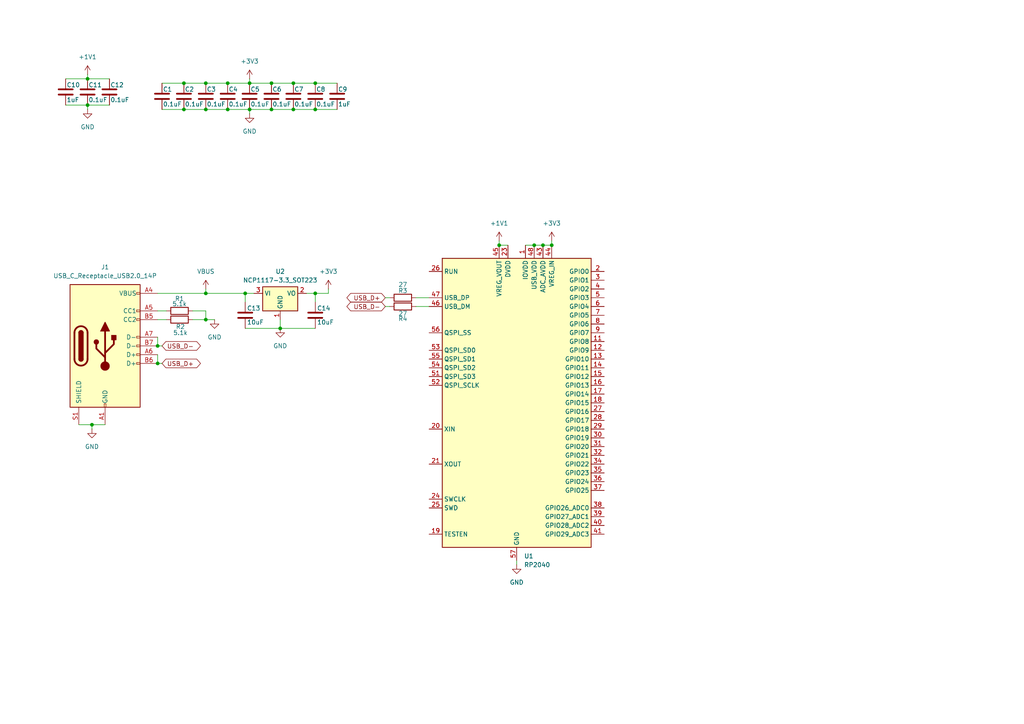
<source format=kicad_sch>
(kicad_sch (version 20250114) (generator "eeschema") (generator_version "9.0")
  (paper "A4")
  (lib_symbols
    (symbol "Connector:USB_C_Receptacle_USB2.0_14P" (pin_names (offset 1.016))
      (property "Reference" "J" (at 0 22.225 0))
      (property "Value" "USB_C_Receptacle_USB2.0_14P" (at 0 19.685 0))
      (symbol "USB_C_Receptacle_USB2.0_14P_0_0"
        (rectangle (start -0.254 -17.78) (end 0.254 -16.764))
        (rectangle (start 10.16 15.494) (end 9.144 14.986))
        (rectangle (start 10.16 10.414) (end 9.144 9.906))
        (rectangle (start 10.16 7.874) (end 9.144 7.366))
        (rectangle (start 10.16 2.794) (end 9.144 2.286))
        (rectangle (start 10.16 0.254) (end 9.144 -0.254))
        (rectangle (start 10.16 -2.286) (end 9.144 -2.794))
        (rectangle (start 10.16 -4.826) (end 9.144 -5.334))
      )
      (symbol "USB_C_Receptacle_USB2.0_14P_0_1"
        (rectangle (start -10.16 17.78) (end 10.16 -17.78) (stroke (width 0.254)) (fill (type background)))
        (polyline (pts (xy -8.89 -3.81) (xy -8.89 3.81)) (stroke (width 0.508)))
        (rectangle (start -7.62 -3.81) (end -6.35 3.81) (stroke (width 0.254)) (fill (type outline)))
        (arc (start -7.62 3.81) (mid -6.985 4.4423) (end -6.35 3.81) (stroke (width 0.254)))
        (arc (start -7.62 3.81) (mid -6.985 4.4423) (end -6.35 3.81) (stroke (width 0.254)) (fill (type outline)))
        (arc (start -8.89 3.81) (mid -6.985 5.7067) (end -5.08 3.81) (stroke (width 0.508)))
        (arc (start -5.08 -3.81) (mid -6.985 -5.7067) (end -8.89 -3.81) (stroke (width 0.508)))
        (arc (start -6.35 -3.81) (mid -6.985 -4.4423) (end -7.62 -3.81) (stroke (width 0.254)))
        (arc (start -6.35 -3.81) (mid -6.985 -4.4423) (end -7.62 -3.81) (stroke (width 0.254)) (fill (type outline)))
        (polyline (pts (xy -5.08 3.81) (xy -5.08 -3.81)) (stroke (width 0.508)))
        (circle (center -2.54 1.143) (radius 0.635) (stroke (width 0.254)) (fill (type outline)))
        (polyline (pts (xy -1.27 4.318) (xy 0 6.858) (xy 1.27 4.318) (xy -1.27 4.318)) (stroke (width 0.254)) (fill (type outline)))
        (polyline (pts (xy 0 -2.032) (xy 2.54 0.508) (xy 2.54 1.778)) (stroke (width 0.508)))
        (polyline (pts (xy 0 -3.302) (xy -2.54 -0.762) (xy -2.54 0.508)) (stroke (width 0.508)))
        (polyline (pts (xy 0 -5.842) (xy 0 4.318)) (stroke (width 0.508)))
        (circle (center 0 -5.842) (radius 1.27) (fill (type outline)))
        (rectangle (start 1.905 1.778) (end 3.175 3.048) (stroke (width 0.254)) (fill (type outline)))
      )
      (symbol "USB_C_Receptacle_USB2.0_14P_1_1"
        (pin passive line (at -7.62 -22.86 90) (length 5.08) (name "SHIELD") (number "S1"))
        (pin passive line (at 0 -22.86 90) (length 5.08) (name "GND") (number "A1"))
        (pin passive line (at 0 -22.86 90) (length 5.08) (hide yes) (name "GND") (number "A12"))
        (pin passive line (at 0 -22.86 90) (length 5.08) (hide yes) (name "GND") (number "B1"))
        (pin passive line (at 0 -22.86 90) (length 5.08) (hide yes) (name "GND") (number "B12"))
        (pin passive line (at 15.24 15.24 180) (length 5.08) (name "VBUS") (number "A4"))
        (pin passive line (at 15.24 15.24 180) (length 5.08) (hide yes) (name "VBUS") (number "A9"))
        (pin passive line (at 15.24 15.24 180) (length 5.08) (hide yes) (name "VBUS") (number "B4"))
        (pin passive line (at 15.24 15.24 180) (length 5.08) (hide yes) (name "VBUS") (number "B9"))
        (pin bidirectional line (at 15.24 10.16 180) (length 5.08) (name "CC1") (number "A5"))
        (pin bidirectional line (at 15.24 7.62 180) (length 5.08) (name "CC2") (number "B5"))
        (pin bidirectional line (at 15.24 2.54 180) (length 5.08) (name "D-") (number "A7"))
        (pin bidirectional line (at 15.24 0 180) (length 5.08) (name "D-") (number "B7"))
        (pin bidirectional line (at 15.24 -2.54 180) (length 5.08) (name "D+") (number "A6"))
        (pin bidirectional line (at 15.24 -5.08 180) (length 5.08) (name "D+") (number "B6"))
      )
    )
    (symbol "Device:C" (pin_numbers (hide yes)) (pin_names (offset 0.254))
      (property "Reference" "C" (at 0.635 2.54 0))
      (property "Value" "C" (at 0.635 -2.54 0))
      (symbol "C_0_1"
        (polyline (pts (xy -2.032 0.762) (xy 2.032 0.762)) (stroke (width 0.508)))
        (polyline (pts (xy -2.032 -0.762) (xy 2.032 -0.762)) (stroke (width 0.508)))
      )
      (symbol "C_1_1"
        (pin passive line (at 0 3.81 270) (length 2.794) (name "~") (number "1"))
        (pin passive line (at 0 -3.81 90) (length 2.794) (name "~") (number "2"))
      )
    )
    (symbol "Device:R" (pin_numbers (hide yes)) (pin_names (offset 0))
      (property "Reference" "R" (at 2.032 0 90))
      (property "Value" "R" (at 0 0 90))
      (symbol "R_0_1"
        (rectangle (start -1.016 -2.54) (end 1.016 2.54) (stroke (width 0.254)))
      )
      (symbol "R_1_1"
        (pin passive line (at 0 3.81 270) (length 1.27) (name "~") (number "1"))
        (pin passive line (at 0 -3.81 90) (length 1.27) (name "~") (number "2"))
      )
    )
    (symbol "MCU_RaspberryPi:RP2040"
      (property "Reference" "U" (at 17.78 45.72 0))
      (property "Value" "RP2040" (at 17.78 43.18 0))
      (symbol "RP2040_0_1"
        (rectangle (start -21.59 41.91) (end 21.59 -41.91) (stroke (width 0.254)) (fill (type background)))
      )
      (symbol "RP2040_1_1"
        (pin input line (at -25.4 38.1 0) (length 3.81) (name "RUN") (number "26"))
        (pin bidirectional line (at -25.4 30.48 0) (length 3.81) (name "USB_DP") (number "47"))
        (pin bidirectional line (at -25.4 27.94 0) (length 3.81) (name "USB_DM") (number "46"))
        (pin bidirectional line (at -25.4 20.32 0) (length 3.81) (name "QSPI_SS") (number "56"))
        (pin bidirectional line (at -25.4 15.24 0) (length 3.81) (name "QSPI_SD0") (number "53"))
        (pin bidirectional line (at -25.4 12.7 0) (length 3.81) (name "QSPI_SD1") (number "55"))
        (pin bidirectional line (at -25.4 10.16 0) (length 3.81) (name "QSPI_SD2") (number "54"))
        (pin bidirectional line (at -25.4 7.62 0) (length 3.81) (name "QSPI_SD3") (number "51"))
        (pin output line (at -25.4 5.08 0) (length 3.81) (name "QSPI_SCLK") (number "52"))
        (pin input line (at -25.4 -7.62 0) (length 3.81) (name "XIN") (number "20"))
        (pin passive line (at -25.4 -17.78 0) (length 3.81) (name "XOUT") (number "21"))
        (pin input line (at -25.4 -27.94 0) (length 3.81) (name "SWCLK") (number "24"))
        (pin bidirectional line (at -25.4 -30.48 0) (length 3.81) (name "SWD") (number "25"))
        (pin input line (at -25.4 -38.1 0) (length 3.81) (name "TESTEN") (number "19"))
        (pin power_out line (at -5.08 45.72 270) (length 3.81) (name "VREG_VOUT") (number "45"))
        (pin power_in line (at -2.54 45.72 270) (length 3.81) (name "DVDD") (number "23"))
        (pin passive line (at -2.54 45.72 270) (length 3.81) (hide yes) (name "DVDD") (number "50"))
        (pin power_in line (at 0 -45.72 90) (length 3.81) (name "GND") (number "57"))
        (pin power_in line (at 2.54 45.72 270) (length 3.81) (name "IOVDD") (number "1"))
        (pin passive line (at 2.54 45.72 270) (length 3.81) (hide yes) (name "IOVDD") (number "10"))
        (pin passive line (at 2.54 45.72 270) (length 3.81) (hide yes) (name "IOVDD") (number "22"))
        (pin passive line (at 2.54 45.72 270) (length 3.81) (hide yes) (name "IOVDD") (number "33"))
        (pin passive line (at 2.54 45.72 270) (length 3.81) (hide yes) (name "IOVDD") (number "42"))
        (pin passive line (at 2.54 45.72 270) (length 3.81) (hide yes) (name "IOVDD") (number "49"))
        (pin power_in line (at 5.08 45.72 270) (length 3.81) (name "USB_VDD") (number "48"))
        (pin power_in line (at 7.62 45.72 270) (length 3.81) (name "ADC_AVDD") (number "43"))
        (pin power_in line (at 10.16 45.72 270) (length 3.81) (name "VREG_IN") (number "44"))
        (pin bidirectional line (at 25.4 38.1 180) (length 3.81) (name "GPIO0") (number "2"))
        (pin bidirectional line (at 25.4 35.56 180) (length 3.81) (name "GPIO1") (number "3"))
        (pin bidirectional line (at 25.4 33.02 180) (length 3.81) (name "GPIO2") (number "4"))
        (pin bidirectional line (at 25.4 30.48 180) (length 3.81) (name "GPIO3") (number "5"))
        (pin bidirectional line (at 25.4 27.94 180) (length 3.81) (name "GPIO4") (number "6"))
        (pin bidirectional line (at 25.4 25.4 180) (length 3.81) (name "GPIO5") (number "7"))
        (pin bidirectional line (at 25.4 22.86 180) (length 3.81) (name "GPIO6") (number "8"))
        (pin bidirectional line (at 25.4 20.32 180) (length 3.81) (name "GPIO7") (number "9"))
        (pin bidirectional line (at 25.4 17.78 180) (length 3.81) (name "GPIO8") (number "11"))
        (pin bidirectional line (at 25.4 15.24 180) (length 3.81) (name "GPIO9") (number "12"))
        (pin bidirectional line (at 25.4 12.7 180) (length 3.81) (name "GPIO10") (number "13"))
        (pin bidirectional line (at 25.4 10.16 180) (length 3.81) (name "GPIO11") (number "14"))
        (pin bidirectional line (at 25.4 7.62 180) (length 3.81) (name "GPIO12") (number "15"))
        (pin bidirectional line (at 25.4 5.08 180) (length 3.81) (name "GPIO13") (number "16"))
        (pin bidirectional line (at 25.4 2.54 180) (length 3.81) (name "GPIO14") (number "17"))
        (pin bidirectional line (at 25.4 0 180) (length 3.81) (name "GPIO15") (number "18"))
        (pin bidirectional line (at 25.4 -2.54 180) (length 3.81) (name "GPIO16") (number "27"))
        (pin bidirectional line (at 25.4 -5.08 180) (length 3.81) (name "GPIO17") (number "28"))
        (pin bidirectional line (at 25.4 -7.62 180) (length 3.81) (name "GPIO18") (number "29"))
        (pin bidirectional line (at 25.4 -10.16 180) (length 3.81) (name "GPIO19") (number "30"))
        (pin bidirectional line (at 25.4 -12.7 180) (length 3.81) (name "GPIO20") (number "31"))
        (pin bidirectional line (at 25.4 -15.24 180) (length 3.81) (name "GPIO21") (number "32"))
        (pin bidirectional line (at 25.4 -17.78 180) (length 3.81) (name "GPIO22") (number "34"))
        (pin bidirectional line (at 25.4 -20.32 180) (length 3.81) (name "GPIO23") (number "35"))
        (pin bidirectional line (at 25.4 -22.86 180) (length 3.81) (name "GPIO24") (number "36"))
        (pin bidirectional line (at 25.4 -25.4 180) (length 3.81) (name "GPIO25") (number "37"))
        (pin bidirectional line (at 25.4 -30.48 180) (length 3.81) (name "GPIO26_ADC0") (number "38"))
        (pin bidirectional line (at 25.4 -33.02 180) (length 3.81) (name "GPIO27_ADC1") (number "39"))
        (pin bidirectional line (at 25.4 -35.56 180) (length 3.81) (name "GPIO28_ADC2") (number "40"))
        (pin bidirectional line (at 25.4 -38.1 180) (length 3.81) (name "GPIO29_ADC3") (number "41"))
      )
    )
    (symbol "Regulator_Linear:NCP1117-3.3_SOT223"
      (property "Reference" "U" (at -3.81 3.175 0))
      (property "Value" "NCP1117-3.3_SOT223" (at 0 3.175 0))
      (symbol "NCP1117-3.3_SOT223_0_1"
        (rectangle (start -5.08 -5.08) (end 5.08 1.905) (stroke (width 0.254)) (fill (type background)))
      )
      (symbol "NCP1117-3.3_SOT223_1_1"
        (pin power_in line (at -7.62 0 0) (length 2.54) (name "VI") (number "3"))
        (pin power_in line (at 0 -7.62 90) (length 2.54) (name "GND") (number "1"))
        (pin power_out line (at 7.62 0 180) (length 2.54) (name "VO") (number "2"))
      )
    )
    (symbol "power:+1V1" (power) (pin_numbers (hide yes)) (pin_names (offset 0) (hide yes))
      (property "Value" "+1V1" (at 0 3.556 0))
      (symbol "+1V1_0_1"
        (polyline (pts (xy -0.762 1.27) (xy 0 2.54)))
        (polyline (pts (xy 0 2.54) (xy 0.762 1.27)))
        (polyline (pts (xy 0 0) (xy 0 2.54)))
      )
      (symbol "+1V1_1_1"
        (pin power_in line (at 0 0 90) (length 0) (name "~") (number "1"))
      )
    )
    (symbol "power:+3V3" (power) (pin_numbers (hide yes)) (pin_names (offset 0) (hide yes))
      (property "Value" "+3V3" (at 0 3.556 0))
      (symbol "+3V3_0_1"
        (polyline (pts (xy -0.762 1.27) (xy 0 2.54)))
        (polyline (pts (xy 0 2.54) (xy 0.762 1.27)))
        (polyline (pts (xy 0 0) (xy 0 2.54)))
      )
      (symbol "+3V3_1_1"
        (pin power_in line (at 0 0 90) (length 0) (name "~") (number "1"))
      )
    )
    (symbol "power:GND" (power) (pin_numbers (hide yes)) (pin_names (offset 0) (hide yes))
      (property "Value" "GND" (at 0 -3.81 0))
      (symbol "GND_0_1"
        (polyline (pts (xy 0 0) (xy 0 -1.27) (xy 1.27 -1.27) (xy 0 -2.54) (xy -1.27 -1.27) (xy 0 -1.27)))
      )
      (symbol "GND_1_1"
        (pin power_in line (at 0 0 270) (length 0) (name "~") (number "1"))
      )
    )
    (symbol "power:VBUS" (power) (pin_numbers (hide yes)) (pin_names (offset 0) (hide yes))
      (property "Value" "VBUS" (at 0 3.556 0))
      (symbol "VBUS_0_1"
        (polyline (pts (xy -0.762 1.27) (xy 0 2.54)))
        (polyline (pts (xy 0 2.54) (xy 0.762 1.27)))
        (polyline (pts (xy 0 0) (xy 0 2.54)))
      )
      (symbol "VBUS_1_1"
        (pin power_in line (at 0 0 90) (length 0) (name "~") (number "1"))
      )
    )
  )
  (junction (at 72.39 24.13))
  (junction (at 144.78 71.12))
  (junction (at 81.28 95.25))
  (junction (at 25.4 30.48))
  (junction (at 71.12 85.09))
  (junction (at 26.67 123.19))
  (junction (at 157.48 71.12))
  (junction (at 66.04 24.13))
  (junction (at 59.69 31.75))
  (junction (at 91.44 31.75))
  (junction (at 25.4 22.86))
  (junction (at 53.34 24.13))
  (junction (at 91.44 24.13))
  (junction (at 59.69 92.71))
  (junction (at 59.69 24.13))
  (junction (at 85.09 31.75))
  (junction (at 160.02 71.12))
  (junction (at 91.44 85.09))
  (junction (at 45.72 105.41))
  (junction (at 53.34 31.75))
  (junction (at 78.74 31.75))
  (junction (at 66.04 31.75))
  (junction (at 154.94 71.12))
  (junction (at 59.69 85.09))
  (junction (at 85.09 24.13))
  (junction (at 72.39 31.75))
  (junction (at 45.72 100.33))
  (junction (at 78.74 24.13))
  (wire (pts (xy 59.69 31.75) (xy 66.04 31.75)))
  (wire (pts (xy 53.34 24.13) (xy 59.69 24.13)))
  (wire (pts (xy 95.25 85.09) (xy 95.25 83.82)))
  (wire (pts (xy 55.88 90.17) (xy 59.69 90.17)))
  (wire (pts (xy 26.67 123.19) (xy 26.67 124.46)))
  (wire (pts (xy 152.4 71.12) (xy 154.94 71.12)))
  (wire (pts (xy 45.72 102.87) (xy 45.72 105.41)))
  (wire (pts (xy 111.76 86.36) (xy 113.03 86.36)))
  (wire (pts (xy 22.86 123.19) (xy 26.67 123.19)))
  (wire (pts (xy 71.12 85.09) (xy 73.66 85.09)))
  (wire (pts (xy 78.74 31.75) (xy 85.09 31.75)))
  (wire (pts (xy 71.12 85.09) (xy 71.12 87.63)))
  (wire (pts (xy 45.72 97.79) (xy 45.72 100.33)))
  (wire (pts (xy 25.4 30.48) (xy 31.75 30.48)))
  (wire (pts (xy 72.39 22.86) (xy 72.39 24.13)))
  (wire (pts (xy 19.05 22.86) (xy 25.4 22.86)))
  (wire (pts (xy 111.76 88.9) (xy 113.03 88.9)))
  (wire (pts (xy 25.4 21.59) (xy 25.4 22.86)))
  (wire (pts (xy 45.72 100.33) (xy 46.99 100.33)))
  (wire (pts (xy 154.94 71.12) (xy 157.48 71.12)))
  (wire (pts (xy 45.72 85.09) (xy 59.69 85.09)))
  (wire (pts (xy 81.28 95.25) (xy 91.44 95.25)))
  (wire (pts (xy 160.02 69.85) (xy 160.02 71.12)))
  (wire (pts (xy 46.99 31.75) (xy 53.34 31.75)))
  (wire (pts (xy 45.72 90.17) (xy 48.26 90.17)))
  (wire (pts (xy 25.4 22.86) (xy 31.75 22.86)))
  (wire (pts (xy 59.69 83.82) (xy 59.69 85.09)))
  (wire (pts (xy 91.44 24.13) (xy 97.79 24.13)))
  (wire (pts (xy 81.28 92.71) (xy 81.28 95.25)))
  (wire (pts (xy 85.09 31.75) (xy 91.44 31.75)))
  (wire (pts (xy 91.44 31.75) (xy 97.79 31.75)))
  (wire (pts (xy 157.48 71.12) (xy 160.02 71.12)))
  (wire (pts (xy 53.34 31.75) (xy 59.69 31.75)))
  (wire (pts (xy 144.78 69.85) (xy 144.78 71.12)))
  (wire (pts (xy 59.69 92.71) (xy 62.23 92.71)))
  (wire (pts (xy 120.65 86.36) (xy 124.46 86.36)))
  (wire (pts (xy 19.05 30.48) (xy 25.4 30.48)))
  (wire (pts (xy 85.09 24.13) (xy 91.44 24.13)))
  (wire (pts (xy 66.04 24.13) (xy 72.39 24.13)))
  (wire (pts (xy 59.69 24.13) (xy 66.04 24.13)))
  (wire (pts (xy 72.39 31.75) (xy 78.74 31.75)))
  (wire (pts (xy 46.99 24.13) (xy 53.34 24.13)))
  (wire (pts (xy 149.86 162.56) (xy 149.86 163.83)))
  (wire (pts (xy 59.69 90.17) (xy 59.69 92.71)))
  (wire (pts (xy 144.78 71.12) (xy 147.32 71.12)))
  (wire (pts (xy 91.44 85.09) (xy 91.44 87.63)))
  (wire (pts (xy 91.44 85.09) (xy 95.25 85.09)))
  (wire (pts (xy 45.72 105.41) (xy 46.99 105.41)))
  (wire (pts (xy 72.39 31.75) (xy 72.39 33.02)))
  (wire (pts (xy 45.72 92.71) (xy 48.26 92.71)))
  (wire (pts (xy 71.12 95.25) (xy 81.28 95.25)))
  (wire (pts (xy 26.67 123.19) (xy 30.48 123.19)))
  (wire (pts (xy 91.44 85.09) (xy 88.9 85.09)))
  (wire (pts (xy 59.69 85.09) (xy 71.12 85.09)))
  (wire (pts (xy 66.04 31.75) (xy 72.39 31.75)))
  (wire (pts (xy 72.39 24.13) (xy 78.74 24.13)))
  (wire (pts (xy 120.65 88.9) (xy 124.46 88.9)))
  (wire (pts (xy 55.88 92.71) (xy 59.69 92.71)))
  (wire (pts (xy 78.74 24.13) (xy 85.09 24.13)))
  (wire (pts (xy 25.4 30.48) (xy 25.4 31.75)))
  (global_label "USB_D+" (shape bidirectional) (at 111.76 86.36 180) (property "Intersheetrefs" "${INTERSHEET_REFS}" (effects (hide yes))))
  (global_label "USB_D-" (shape bidirectional) (at 111.76 88.9 180) (property "Intersheetrefs" "${INTERSHEET_REFS}" (effects (hide yes))))
  (global_label "USB_D-" (shape bidirectional) (at 46.99 100.33 0) (property "Intersheetrefs" "${INTERSHEET_REFS}" (effects (hide yes))))
  (global_label "USB_D+" (shape bidirectional) (at 46.99 105.41 0) (property "Intersheetrefs" "${INTERSHEET_REFS}" (effects (hide yes))))
  (symbol (lib_id "power:+3V3") (at 95.25 83.82 0) (unit 1)
    (property "Reference" "#PWR012" (effects (hide yes)))
    (property "Value" "+3V3" (at 95.25 78.74 0))
    (property "Description" "Power symbol creates a global label with name \"+3V3\"" (effects (hide yes)))
  )
  (symbol (lib_id "Device:C") (at 66.04 27.94 0) (unit 1)
    (property "Reference" "C4" (at 66.294 25.908 0) (effects (justify left)))
    (property "Value" "0.1uF" (at 66.294 30.226 0) (effects (justify left)))
    (property "Description" "Unpolarized capacitor" (effects (hide yes)))
  )
  (symbol (lib_id "power:GND") (at 72.39 33.02 0) (unit 1)
    (property "Reference" "#PWR04" (effects (hide yes)))
    (property "Value" "GND" (at 72.39 38.1 0))
    (property "Description" "Power symbol creates a global label with name \"GND\" , ground" (effects (hide yes)))
  )
  (symbol (lib_id "Device:C") (at 25.4 26.67 0) (unit 1)
    (property "Reference" "C11" (at 25.654 24.638 0) (effects (justify left)))
    (property "Value" "0.1uF" (at 25.654 28.956 0) (effects (justify left)))
    (property "Description" "Unpolarized capacitor" (effects (hide yes)))
  )
  (symbol (lib_id "power:+3V3") (at 160.02 69.85 0) (unit 1)
    (property "Reference" "#PWR02" (effects (hide yes)))
    (property "Value" "+3V3" (at 160.02 64.77 0))
    (property "Description" "Power symbol creates a global label with name \"+3V3\"" (effects (hide yes)))
  )
  (symbol (lib_id "Device:C") (at 71.12 91.44 180) (unit 1)
    (property "Reference" "C13" (at 71.628 89.408 0) (effects (justify right)))
    (property "Value" "10uF" (at 71.628 93.472 0) (effects (justify right)))
    (property "Description" "Unpolarized capacitor" (effects (hide yes)))
  )
  (symbol (lib_id "Device:C") (at 91.44 27.94 0) (unit 1)
    (property "Reference" "C8" (at 91.694 25.908 0) (effects (justify left)))
    (property "Value" "0.1uF" (at 91.694 30.226 0) (effects (justify left)))
    (property "Description" "Unpolarized capacitor" (effects (hide yes)))
  )
  (symbol (lib_id "Device:R") (at 52.07 90.17 90) (unit 1)
    (property "Reference" "R1" (at 52.07 86.614 90))
    (property "Value" "5.1k" (at 52.07 88.138 90))
    (property "Description" "Resistor" (effects (hide yes)))
  )
  (symbol (lib_id "Regulator_Linear:NCP1117-3.3_SOT223") (at 81.28 85.09 0) (unit 1)
    (property "Reference" "U2" (at 81.28 78.74 0))
    (property "Value" "NCP1117-3.3_SOT223" (at 81.28 81.28 0))
    (property "Footprint" "Package_TO_SOT_SMD:SOT-223-3_TabPin2" (effects (hide yes)))
    (property "Datasheet" "http://www.onsemi.com/pub_link/Collateral/NCP1117-D.PDF" (effects (hide yes)))
    (property "Description" "1A Low drop-out regulator, Fixed Output 3.3V, SOT-223" (effects (hide yes)))
  )
  (symbol (lib_id "Device:C") (at 97.79 27.94 0) (unit 1)
    (property "Reference" "C9" (at 98.044 25.908 0) (effects (justify left)))
    (property "Value" "1uF" (at 98.044 30.226 0) (effects (justify left)))
    (property "Description" "Unpolarized capacitor" (effects (hide yes)))
  )
  (symbol (lib_id "Device:R") (at 116.84 86.36 90) (unit 1)
    (property "Reference" "R3" (at 116.84 84.328 90))
    (property "Value" "27" (at 116.84 82.55 90))
    (property "Description" "Resistor" (effects (hide yes)))
  )
  (symbol (lib_id "Device:C") (at 85.09 27.94 0) (unit 1)
    (property "Reference" "C7" (at 85.344 25.908 0) (effects (justify left)))
    (property "Value" "0.1uF" (at 85.344 30.226 0) (effects (justify left)))
    (property "Description" "Unpolarized capacitor" (effects (hide yes)))
  )
  (symbol (lib_id "Connector:USB_C_Receptacle_USB2.0_14P") (at 30.48 100.33 0) (unit 1)
    (property "Reference" "J1" (at 30.48 77.47 0))
    (property "Value" "USB_C_Receptacle_USB2.0_14P" (at 30.48 80.01 0))
    (property "Datasheet" "https://www.usb.org/sites/default/files/documents/usb_type-c.zip" (effects (hide yes)))
    (property "Description" "USB 2.0-only 14P Type-C Receptacle connector" (effects (hide yes)))
  )
  (symbol (lib_id "MCU_RaspberryPi:RP2040") (at 149.86 116.84 0) (unit 1)
    (property "Reference" "U1" (at 152.0033 161.29 0) (effects (justify left)))
    (property "Value" "RP2040" (at 152.0033 163.83 0) (effects (justify left)))
    (property "Footprint" "Package_DFN_QFN:QFN-56-1EP_7x7mm_P0.4mm_EP3.2x3.2mm" (effects (hide yes)))
    (property "Datasheet" "https://datasheets.raspberrypi.com/rp2040/rp2040-datasheet.pdf" (effects (hide yes)))
    (property "Description" "A microcontroller by Raspberry Pi" (effects (hide yes)))
  )
  (symbol (lib_id "Device:C") (at 78.74 27.94 0) (unit 1)
    (property "Reference" "C6" (at 78.994 25.908 0) (effects (justify left)))
    (property "Value" "0.1uF" (at 78.994 30.226 0) (effects (justify left)))
    (property "Description" "Unpolarized capacitor" (effects (hide yes)))
  )
  (symbol (lib_id "Device:C") (at 91.44 91.44 180) (unit 1)
    (property "Reference" "C14" (at 91.948 89.408 0) (effects (justify right)))
    (property "Value" "10uF" (at 91.948 93.472 0) (effects (justify right)))
    (property "Description" "Unpolarized capacitor" (effects (hide yes)))
  )
  (symbol (lib_id "power:GND") (at 149.86 163.83 0) (unit 1)
    (property "Reference" "#PWR07" (effects (hide yes)))
    (property "Value" "GND" (at 149.86 168.91 0))
    (property "Description" "Power symbol creates a global label with name \"GND\" , ground" (effects (hide yes)))
  )
  (symbol (lib_id "power:+1V1") (at 25.4 21.59 0) (unit 1)
    (property "Reference" "#PWR05" (effects (hide yes)))
    (property "Value" "+1V1" (at 25.4 16.51 0))
    (property "Description" "Power symbol creates a global label with name \"+1V1\"" (effects (hide yes)))
  )
  (symbol (lib_id "power:GND") (at 25.4 31.75 0) (unit 1)
    (property "Reference" "#PWR06" (effects (hide yes)))
    (property "Value" "GND" (at 25.4 36.83 0))
    (property "Description" "Power symbol creates a global label with name \"GND\" , ground" (effects (hide yes)))
  )
  (symbol (lib_id "power:+3V3") (at 72.39 22.86 0) (unit 1)
    (property "Reference" "#PWR03" (effects (hide yes)))
    (property "Value" "+3V3" (at 72.39 17.78 0))
    (property "Description" "Power symbol creates a global label with name \"+3V3\"" (effects (hide yes)))
  )
  (symbol (lib_id "power:GND") (at 26.67 124.46 0) (unit 1)
    (property "Reference" "#PWR08" (effects (hide yes)))
    (property "Value" "GND" (at 26.67 129.54 0))
    (property "Description" "Power symbol creates a global label with name \"GND\" , ground" (effects (hide yes)))
  )
  (symbol (lib_id "Device:C") (at 72.39 27.94 0) (unit 1)
    (property "Reference" "C5" (at 72.644 25.908 0) (effects (justify left)))
    (property "Value" "0.1uF" (at 72.644 30.226 0) (effects (justify left)))
    (property "Description" "Unpolarized capacitor" (effects (hide yes)))
  )
  (symbol (lib_id "Device:C") (at 46.99 27.94 0) (unit 1)
    (property "Reference" "C1" (at 47.244 25.908 0) (effects (justify left)))
    (property "Value" "0.1uF" (at 47.244 30.226 0) (effects (justify left)))
    (property "Description" "Unpolarized capacitor" (effects (hide yes)))
  )
  (symbol (lib_id "power:GND") (at 81.28 95.25 0) (unit 1)
    (property "Reference" "#PWR010" (effects (hide yes)))
    (property "Value" "GND" (at 81.28 100.33 0))
    (property "Description" "Power symbol creates a global label with name \"GND\" , ground" (effects (hide yes)))
  )
  (symbol (lib_id "power:VBUS") (at 59.69 83.82 0) (unit 1)
    (property "Reference" "#PWR011" (effects (hide yes)))
    (property "Value" "VBUS" (at 59.69 78.74 0))
    (property "Description" "Power symbol creates a global label with name \"VBUS\"" (effects (hide yes)))
  )
  (symbol (lib_id "Device:R") (at 116.84 88.9 90) (unit 1)
    (property "Reference" "R4" (at 116.84 92.456 90))
    (property "Value" "27" (at 116.84 90.932 90))
    (property "Description" "Resistor" (effects (hide yes)))
  )
  (symbol (lib_id "Device:C") (at 59.69 27.94 0) (unit 1)
    (property "Reference" "C3" (at 59.944 25.908 0) (effects (justify left)))
    (property "Value" "0.1uF" (at 59.944 30.226 0) (effects (justify left)))
    (property "Description" "Unpolarized capacitor" (effects (hide yes)))
  )
  (symbol (lib_id "Device:C") (at 31.75 26.67 0) (unit 1)
    (property "Reference" "C12" (at 32.004 24.638 0) (effects (justify left)))
    (property "Value" "0.1uF" (at 32.004 28.956 0) (effects (justify left)))
    (property "Description" "Unpolarized capacitor" (effects (hide yes)))
  )
  (symbol (lib_id "power:GND") (at 62.23 92.71 0) (unit 1)
    (property "Reference" "#PWR09" (effects (hide yes)))
    (property "Value" "GND" (at 62.23 97.79 0))
    (property "Description" "Power symbol creates a global label with name \"GND\" , ground" (effects (hide yes)))
  )
  (symbol (lib_id "Device:R") (at 52.07 92.71 90) (unit 1)
    (property "Reference" "R2" (at 52.324 94.742 90))
    (property "Value" "5.1k" (at 52.324 96.52 90))
    (property "Description" "Resistor" (effects (hide yes)))
  )
  (symbol (lib_id "Device:C") (at 53.34 27.94 0) (unit 1)
    (property "Reference" "C2" (at 53.594 25.908 0) (effects (justify left)))
    (property "Value" "0.1uF" (at 53.594 30.226 0) (effects (justify left)))
    (property "Description" "Unpolarized capacitor" (effects (hide yes)))
  )
  (symbol (lib_id "Device:C") (at 19.05 26.67 0) (unit 1)
    (property "Reference" "C10" (at 19.304 24.638 0) (effects (justify left)))
    (property "Value" "1uF" (at 19.304 28.956 0) (effects (justify left)))
    (property "Description" "Unpolarized capacitor" (effects (hide yes)))
  )
  (symbol (lib_id "power:+1V1") (at 144.78 69.85 0) (unit 1)
    (property "Reference" "#PWR01" (effects (hide yes)))
    (property "Value" "+1V1" (at 144.78 64.77 0))
    (property "Description" "Power symbol creates a global label with name \"+1V1\"" (effects (hide yes)))
  )
)
</source>
